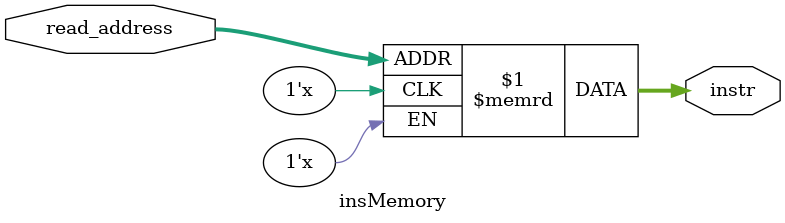
<source format=v>
module  insMemory #(parameter INST_SIZE=16,parameter ADDRESS_SIZE=21) (read_address,instr);
input [ADDRESS_SIZE-1:0]read_address;
output  [INST_SIZE-1:0] instr;

reg [INST_SIZE-1:0] memory[2 ** ADDRESS_SIZE -1:0];
assign instr=memory[read_address];
//assuem rst , read_enable and write_enable is active heigh
endmodule

</source>
